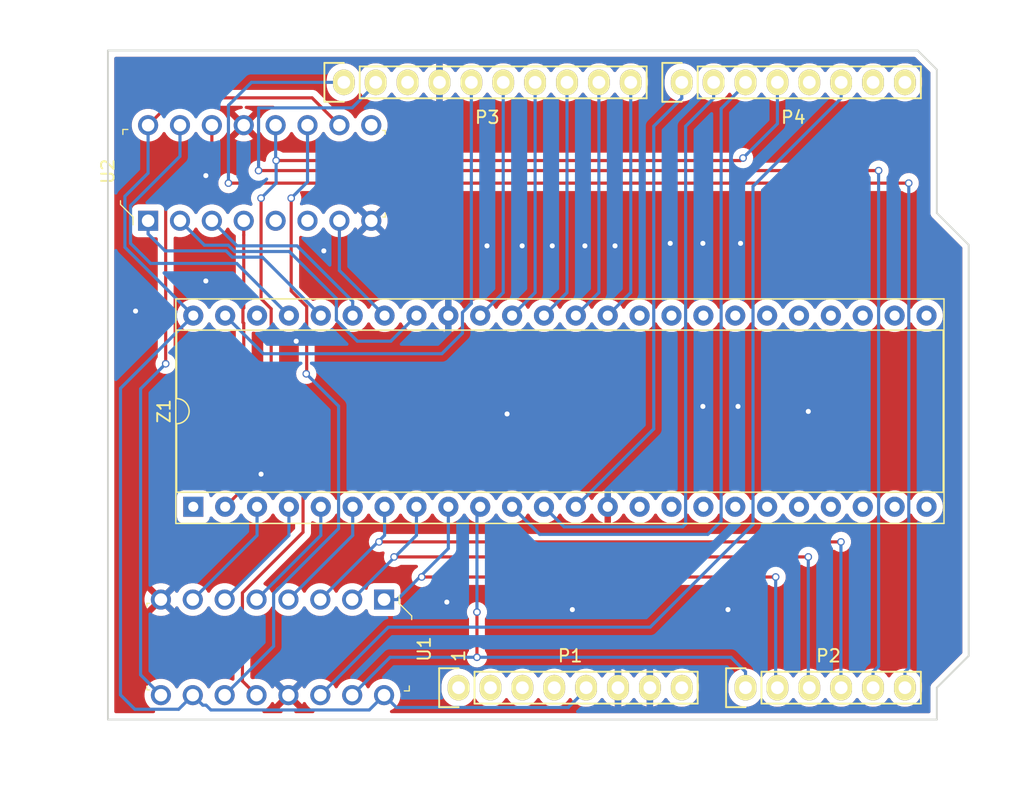
<source format=kicad_pcb>
(kicad_pcb (version 20190907) (host pcbnew "(5.99.0-388-geadcb5de5)")
  (title_block (date "lun. 30 mars 2015"))
  (layers (0 "F.Cu" signal) (31 "B.Cu" signal) (34 "B.Paste" user) (35 "F.Paste" user) (36 "B.SilkS" user) (37 "F.SilkS" user) (38 "B.Mask" user) (39 "F.Mask" user) (44 "Edge.Cuts" user))
  (net 0 "")
  (net 1 "/IOREF")
  (net 2 "/Reset")
  (net 3 "+5V")
  (net 4 "GND")
  (net 5 "/Vin")
  (net 6 "/A0")
  (net 7 "/A1")
  (net 8 "/A2")
  (net 9 "/A3")
  (net 10 "/AREF")
  (net 11 "/A4(SDA)")
  (net 12 "/A5(SCL)")
  (net 13 "/9(**)")
  (net 14 "/8")
  (net 15 "/7")
  (net 16 "/6(**)")
  (net 17 "/5(**)")
  (net 18 "/4")
  (net 19 "/3(**)")
  (net 20 "/2")
  (net 21 "/1(Tx)")
  (net 22 "/0(Rx)")
  (net 23 "/13(SCK)")
  (net 24 "/10(**/SS)")
  (net 25 "Net-(P1-Pad1)")
  (net 26 "+3V3")
  (net 27 "/12(MISO)")
  (net 28 "/11(**/MOSI)")
  (net 29 "Net-(U1-Pad9)")
  (net 30 "/3")
  (net 31 "/A7")
  (net 32 "/A6")
  (net 33 "/A5")
  (net 34 "/A4")
  (net 35 "Net-(U2-Pad9)")
  (net 36 "/A8")
  (net 37 "/~OE")
  (net 38 "Net-(U2-Pad6)")
  (net 39 "Net-(U2-Pad5)")
  (net 40 "/A12")
  (net 41 "/A11")
  (net 42 "/A10")
  (net 43 "/A9")
  (net 44 "Net-(Z1-Pad24)")
  (net 45 "Net-(Z1-Pad23)")
  (net 46 "Net-(Z1-Pad46)")
  (net 47 "Net-(Z1-Pad22)")
  (net 48 "Net-(Z1-Pad21)")
  (net 49 "Net-(Z1-Pad20)")
  (net 50 "Net-(Z1-Pad19)")
  (net 51 "Net-(Z1-Pad18)")
  (net 52 "Net-(Z1-Pad17)")
  (net 53 "Net-(Z1-Pad16)")
  (net 54 "Net-(Z1-Pad15)")
  (net 55 "Net-(Z1-Pad34)")
  (net 56 "Net-(Z1-Pad33)")
  (net 57 "Net-(Z1-Pad32)")
  (net 58 "Net-(Z1-Pad31)")
  (net 59 "Net-(Z1-Pad30)")
  (net 60 "Net-(Z1-Pad29)")
  (net 61 "Net-(Z1-Pad28)")
  (net 62 "Net-(Z1-Pad27)")
  (net 63 "Net-(Z1-Pad26)")
  (net 64 "Net-(Z1-Pad25)")
  (net 65 "Net-(Z1-Pad1)")
  (module "digikey-footprints:DIP-16_W7.62mm" (layer "F.Cu") (at 114.2 86.6 90)
    (fp_text reference "U2" (at 3.94 -3.2 90) (layer "F.SilkS"))
    (fp_text value "SN74HC595N")
    (fp_line (start 0.3 18.7) (end 0.3 18.9) (layer "F.SilkS") (width 0.1))
    (fp_line (start 0.3 18.9) (end 0.6 18.9) (layer "F.SilkS") (width 0.1))
    (fp_line (start 6.9 18.9) (end 7.2 18.9) (layer "F.SilkS") (width 0.1))
    (fp_line (start 7.2 18.9) (end 7.2 18.7) (layer "F.SilkS") (width 0.1))
    (fp_line (start -0.08 -1.2) (end -0.33 -1.2) (layer "F.SilkS") (width 0.1))
    (fp_line (start 0.3 -1.2) (end -0.07 -1.2) (layer "F.SilkS") (width 0.1))
    (fp_line (start 1.6 -2.2) (end 1.3 -2.2) (layer "F.SilkS") (width 0.1))
    (fp_line (start 1.3 -2.2) (end 0.3 -1.2) (layer "F.SilkS") (width 0.1))
    (fp_line (start 7.28 -1.61) (end 7.28 -2.01) (layer "F.SilkS") (width 0.1))
    (fp_line (start 7.28 -2.01) (end 6.88 -2.01) (layer "F.SilkS") (width 0.1))
    (pad "9" thru_hole circle (at 7.62 17.78 90) (size 1.6 1.6) (drill 1) (layers *.Cu *.Mask) (net 35 "Net-(U2-Pad9)"))
    (pad "8" thru_hole circle (at 0 17.78 90) (size 1.6 1.6) (drill 1) (layers *.Cu *.Mask) (net 4 "GND"))
    (pad "16" thru_hole circle (at 7.62 0 90) (size 1.6 1.6) (drill 1) (layers *.Cu *.Mask) (net 3 "+5V"))
    (pad "15" thru_hole circle (at 7.62 2.54 90) (size 1.6 1.6) (drill 1) (layers *.Cu *.Mask) (net 36 "/A8"))
    (pad "14" thru_hole circle (at 7.62 5.08 90) (size 1.6 1.6) (drill 1) (layers *.Cu *.Mask) (net 29 "Net-(U1-Pad9)"))
    (pad "13" thru_hole circle (at 7.62 7.62 90) (size 1.6 1.6) (drill 1) (layers *.Cu *.Mask) (net 4 "GND"))
    (pad "12" thru_hole circle (at 7.62 10.16 90) (size 1.6 1.6) (drill 1) (layers *.Cu *.Mask) (net 18 "/4"))
    (pad "11" thru_hole circle (at 7.62 12.7 90) (size 1.6 1.6) (drill 1) (layers *.Cu *.Mask) (net 30 "/3"))
    (pad "10" thru_hole circle (at 7.62 15.24 90) (size 1.6 1.6) (drill 1) (layers *.Cu *.Mask) (net 3 "+5V"))
    (pad "7" thru_hole circle (at 0 15.24 90) (size 1.6 1.6) (drill 1) (layers *.Cu *.Mask) (net 37 "/~OE"))
    (pad "6" thru_hole circle (at 0 12.7 90) (size 1.6 1.6) (drill 1) (layers *.Cu *.Mask) (net 38 "Net-(U2-Pad6)"))
    (pad "5" thru_hole circle (at 0 10.16 90) (size 1.6 1.6) (drill 1) (layers *.Cu *.Mask) (net 39 "Net-(U2-Pad5)"))
    (pad "4" thru_hole circle (at 0 7.62 90) (size 1.6 1.6) (drill 1) (layers *.Cu *.Mask) (net 40 "/A12"))
    (pad "3" thru_hole circle (at 0 5.08 90) (size 1.6 1.6) (drill 1) (layers *.Cu *.Mask) (net 41 "/A11"))
    (pad "2" thru_hole circle (at 0 2.54 90) (size 1.6 1.6) (drill 1) (layers *.Cu *.Mask) (net 42 "/A10"))
    (pad "1" thru_hole rect (at 0 0 90) (size 1.6 1.6) (drill 1) (layers *.Cu *.Mask) (net 43 "/A9"))
  )
  (module "Package_DIP:DIP-48_W15.24mm_Socket" (layer "F.Cu") (at 117.8 109.4 90)
    (fp_text reference "Z1" (at 7.62 -2.33 90) (layer "F.SilkS"))
    (fp_text value "48-6554-11")
    (fp_arc (start 7.62 -1.33) (end 6.62 -1.33) (angle -180) (layer "F.SilkS") (width 0.12))
    (fp_line (start 6.62 -1.33) (end 1.16 -1.33) (layer "F.SilkS") (width 0.12))
    (fp_line (start 1.16 -1.33) (end 1.16 59.75) (layer "F.SilkS") (width 0.12))
    (fp_line (start 1.16 59.75) (end 14.08 59.75) (layer "F.SilkS") (width 0.12))
    (fp_line (start 14.08 59.75) (end 14.08 -1.33) (layer "F.SilkS") (width 0.12))
    (fp_line (start 14.08 -1.33) (end 8.62 -1.33) (layer "F.SilkS") (width 0.12))
    (fp_line (start -1.33 -1.39) (end -1.33 59.81) (layer "F.SilkS") (width 0.12))
    (fp_line (start -1.33 59.81) (end 16.57 59.81) (layer "F.SilkS") (width 0.12))
    (fp_line (start 16.57 59.81) (end 16.57 -1.39) (layer "F.SilkS") (width 0.12))
    (fp_line (start 16.57 -1.39) (end -1.33 -1.39) (layer "F.SilkS") (width 0.12))
    (pad "48" thru_hole oval (at 15.24 0 90) (size 1.6 1.6) (drill 0.8) (layers *.Cu *.Mask) (net 3 "+5V"))
    (pad "24" thru_hole oval (at 0 58.42 90) (size 1.6 1.6) (drill 0.8) (layers *.Cu *.Mask) (net 44 "Net-(Z1-Pad24)"))
    (pad "47" thru_hole oval (at 15.24 2.54 90) (size 1.6 1.6) (drill 0.8) (layers *.Cu *.Mask) (net 23 "/13(SCK)"))
    (pad "23" thru_hole oval (at 0 55.88 90) (size 1.6 1.6) (drill 0.8) (layers *.Cu *.Mask) (net 45 "Net-(Z1-Pad23)"))
    (pad "46" thru_hole oval (at 15.24 5.08 90) (size 1.6 1.6) (drill 0.8) (layers *.Cu *.Mask) (net 46 "Net-(Z1-Pad46)"))
    (pad "22" thru_hole oval (at 0 53.34 90) (size 1.6 1.6) (drill 0.8) (layers *.Cu *.Mask) (net 47 "Net-(Z1-Pad22)"))
    (pad "45" thru_hole oval (at 15.24 7.62 90) (size 1.6 1.6) (drill 0.8) (layers *.Cu *.Mask) (net 36 "/A8"))
    (pad "21" thru_hole oval (at 0 50.8 90) (size 1.6 1.6) (drill 0.8) (layers *.Cu *.Mask) (net 48 "Net-(Z1-Pad21)"))
    (pad "44" thru_hole oval (at 15.24 10.16 90) (size 1.6 1.6) (drill 0.8) (layers *.Cu *.Mask) (net 43 "/A9"))
    (pad "20" thru_hole oval (at 0 48.26 90) (size 1.6 1.6) (drill 0.8) (layers *.Cu *.Mask) (net 49 "Net-(Z1-Pad20)"))
    (pad "43" thru_hole oval (at 15.24 12.7 90) (size 1.6 1.6) (drill 0.8) (layers *.Cu *.Mask) (net 41 "/A11"))
    (pad "19" thru_hole oval (at 0 45.72 90) (size 1.6 1.6) (drill 0.8) (layers *.Cu *.Mask) (net 50 "Net-(Z1-Pad19)"))
    (pad "42" thru_hole oval (at 15.24 15.24 90) (size 1.6 1.6) (drill 0.8) (layers *.Cu *.Mask) (net 37 "/~OE"))
    (pad "18" thru_hole oval (at 0 43.18 90) (size 1.6 1.6) (drill 0.8) (layers *.Cu *.Mask) (net 51 "Net-(Z1-Pad18)"))
    (pad "41" thru_hole oval (at 15.24 17.78 90) (size 1.6 1.6) (drill 0.8) (layers *.Cu *.Mask) (net 42 "/A10"))
    (pad "17" thru_hole oval (at 0 40.64 90) (size 1.6 1.6) (drill 0.8) (layers *.Cu *.Mask) (net 52 "Net-(Z1-Pad17)"))
    (pad "40" thru_hole oval (at 15.24 20.32 90) (size 1.6 1.6) (drill 0.8) (layers *.Cu *.Mask) (net 4 "GND"))
    (pad "16" thru_hole oval (at 0 38.1 90) (size 1.6 1.6) (drill 0.8) (layers *.Cu *.Mask) (net 53 "Net-(Z1-Pad16)"))
    (pad "39" thru_hole oval (at 15.24 22.86 90) (size 1.6 1.6) (drill 0.8) (layers *.Cu *.Mask) (net 27 "/12(MISO)"))
    (pad "15" thru_hole oval (at 0 35.56 90) (size 1.6 1.6) (drill 0.8) (layers *.Cu *.Mask) (net 54 "Net-(Z1-Pad15)"))
    (pad "38" thru_hole oval (at 15.24 25.4 90) (size 1.6 1.6) (drill 0.8) (layers *.Cu *.Mask) (net 28 "/11(**/MOSI)"))
    (pad "14" thru_hole oval (at 0 33.02 90) (size 1.6 1.6) (drill 0.8) (layers *.Cu *.Mask) (net 4 "GND"))
    (pad "37" thru_hole oval (at 15.24 27.94 90) (size 1.6 1.6) (drill 0.8) (layers *.Cu *.Mask) (net 24 "/10(**/SS)"))
    (pad "13" thru_hole oval (at 0 30.48 90) (size 1.6 1.6) (drill 0.8) (layers *.Cu *.Mask) (net 15 "/7"))
    (pad "36" thru_hole oval (at 15.24 30.48 90) (size 1.6 1.6) (drill 0.8) (layers *.Cu *.Mask) (net 13 "/9(**)"))
    (pad "12" thru_hole oval (at 0 27.94 90) (size 1.6 1.6) (drill 0.8) (layers *.Cu *.Mask) (net 16 "/6(**)"))
    (pad "35" thru_hole oval (at 15.24 33.02 90) (size 1.6 1.6) (drill 0.8) (layers *.Cu *.Mask) (net 14 "/8"))
    (pad "11" thru_hole oval (at 0 25.4 90) (size 1.6 1.6) (drill 0.8) (layers *.Cu *.Mask) (net 17 "/5(**)"))
    (pad "34" thru_hole oval (at 15.24 35.56 90) (size 1.6 1.6) (drill 0.8) (layers *.Cu *.Mask) (net 55 "Net-(Z1-Pad34)"))
    (pad "10" thru_hole oval (at 0 22.86 90) (size 1.6 1.6) (drill 0.8) (layers *.Cu *.Mask) (net 6 "/A0"))
    (pad "33" thru_hole oval (at 15.24 38.1 90) (size 1.6 1.6) (drill 0.8) (layers *.Cu *.Mask) (net 56 "Net-(Z1-Pad33)"))
    (pad "9" thru_hole oval (at 0 20.32 90) (size 1.6 1.6) (drill 0.8) (layers *.Cu *.Mask) (net 7 "/A1"))
    (pad "32" thru_hole oval (at 15.24 40.64 90) (size 1.6 1.6) (drill 0.8) (layers *.Cu *.Mask) (net 57 "Net-(Z1-Pad32)"))
    (pad "8" thru_hole oval (at 0 17.78 90) (size 1.6 1.6) (drill 0.8) (layers *.Cu *.Mask) (net 8 "/A2"))
    (pad "31" thru_hole oval (at 15.24 43.18 90) (size 1.6 1.6) (drill 0.8) (layers *.Cu *.Mask) (net 58 "Net-(Z1-Pad31)"))
    (pad "7" thru_hole oval (at 0 15.24 90) (size 1.6 1.6) (drill 0.8) (layers *.Cu *.Mask) (net 9 "/A3"))
    (pad "30" thru_hole oval (at 15.24 45.72 90) (size 1.6 1.6) (drill 0.8) (layers *.Cu *.Mask) (net 59 "Net-(Z1-Pad30)"))
    (pad "6" thru_hole oval (at 0 12.7 90) (size 1.6 1.6) (drill 0.8) (layers *.Cu *.Mask) (net 34 "/A4"))
    (pad "29" thru_hole oval (at 15.24 48.26 90) (size 1.6 1.6) (drill 0.8) (layers *.Cu *.Mask) (net 60 "Net-(Z1-Pad29)"))
    (pad "5" thru_hole oval (at 0 10.16 90) (size 1.6 1.6) (drill 0.8) (layers *.Cu *.Mask) (net 33 "/A5"))
    (pad "28" thru_hole oval (at 15.24 50.8 90) (size 1.6 1.6) (drill 0.8) (layers *.Cu *.Mask) (net 61 "Net-(Z1-Pad28)"))
    (pad "4" thru_hole oval (at 0 7.62 90) (size 1.6 1.6) (drill 0.8) (layers *.Cu *.Mask) (net 32 "/A6"))
    (pad "27" thru_hole oval (at 15.24 53.34 90) (size 1.6 1.6) (drill 0.8) (layers *.Cu *.Mask) (net 62 "Net-(Z1-Pad27)"))
    (pad "3" thru_hole oval (at 0 5.08 90) (size 1.6 1.6) (drill 0.8) (layers *.Cu *.Mask) (net 31 "/A7"))
    (pad "26" thru_hole oval (at 15.24 55.88 90) (size 1.6 1.6) (drill 0.8) (layers *.Cu *.Mask) (net 63 "Net-(Z1-Pad26)"))
    (pad "2" thru_hole oval (at 0 2.54 90) (size 1.6 1.6) (drill 0.8) (layers *.Cu *.Mask) (net 40 "/A12"))
    (pad "25" thru_hole oval (at 15.24 58.42 90) (size 1.6 1.6) (drill 0.8) (layers *.Cu *.Mask) (net 64 "Net-(Z1-Pad25)"))
    (pad "1" thru_hole rect (at 0 0 90) (size 1.6 1.6) (drill 0.8) (layers *.Cu *.Mask) (net 65 "Net-(Z1-Pad1)"))
  )
  (module "digikey-footprints:DIP-16_W7.62mm" (layer "F.Cu") (at 133 116.8 -90)
    (fp_text reference "U1" (at 3.94 -3.2 90) (layer "F.SilkS"))
    (fp_text value "SN74HC595N")
    (fp_line (start 0.3 18.7) (end 0.3 18.9) (layer "F.SilkS") (width 0.1))
    (fp_line (start 0.3 18.9) (end 0.6 18.9) (layer "F.SilkS") (width 0.1))
    (fp_line (start 6.9 18.9) (end 7.2 18.9) (layer "F.SilkS") (width 0.1))
    (fp_line (start 7.2 18.9) (end 7.2 18.7) (layer "F.SilkS") (width 0.1))
    (fp_line (start -0.08 -1.2) (end -0.33 -1.2) (layer "F.SilkS") (width 0.1))
    (fp_line (start 0.3 -1.2) (end -0.07 -1.2) (layer "F.SilkS") (width 0.1))
    (fp_line (start 1.6 -2.2) (end 1.3 -2.2) (layer "F.SilkS") (width 0.1))
    (fp_line (start 1.3 -2.2) (end 0.3 -1.2) (layer "F.SilkS") (width 0.1))
    (fp_line (start 7.28 -1.61) (end 7.28 -2.01) (layer "F.SilkS") (width 0.1))
    (fp_line (start 7.28 -2.01) (end 6.88 -2.01) (layer "F.SilkS") (width 0.1))
    (pad "9" thru_hole circle (at 7.62 17.78 270) (size 1.6 1.6) (drill 1) (layers *.Cu *.Mask) (net 29 "Net-(U1-Pad9)"))
    (pad "8" thru_hole circle (at 0 17.78 270) (size 1.6 1.6) (drill 1) (layers *.Cu *.Mask) (net 4 "GND"))
    (pad "16" thru_hole circle (at 7.62 0 270) (size 1.6 1.6) (drill 1) (layers *.Cu *.Mask) (net 3 "+5V"))
    (pad "15" thru_hole circle (at 7.62 2.54 270) (size 1.6 1.6) (drill 1) (layers *.Cu *.Mask) (net 6 "/A0"))
    (pad "14" thru_hole circle (at 7.62 5.08 270) (size 1.6 1.6) (drill 1) (layers *.Cu *.Mask) (net 20 "/2"))
    (pad "13" thru_hole circle (at 7.62 7.62 270) (size 1.6 1.6) (drill 1) (layers *.Cu *.Mask) (net 4 "GND"))
    (pad "12" thru_hole circle (at 7.62 10.16 270) (size 1.6 1.6) (drill 1) (layers *.Cu *.Mask) (net 18 "/4"))
    (pad "11" thru_hole circle (at 7.62 12.7 270) (size 1.6 1.6) (drill 1) (layers *.Cu *.Mask) (net 30 "/3"))
    (pad "10" thru_hole circle (at 7.62 15.24 270) (size 1.6 1.6) (drill 1) (layers *.Cu *.Mask) (net 3 "+5V"))
    (pad "7" thru_hole circle (at 0 15.24 270) (size 1.6 1.6) (drill 1) (layers *.Cu *.Mask) (net 31 "/A7"))
    (pad "6" thru_hole circle (at 0 12.7 270) (size 1.6 1.6) (drill 1) (layers *.Cu *.Mask) (net 32 "/A6"))
    (pad "5" thru_hole circle (at 0 10.16 270) (size 1.6 1.6) (drill 1) (layers *.Cu *.Mask) (net 33 "/A5"))
    (pad "4" thru_hole circle (at 0 7.62 270) (size 1.6 1.6) (drill 1) (layers *.Cu *.Mask) (net 34 "/A4"))
    (pad "3" thru_hole circle (at 0 5.08 270) (size 1.6 1.6) (drill 1) (layers *.Cu *.Mask) (net 9 "/A3"))
    (pad "2" thru_hole circle (at 0 2.54 270) (size 1.6 1.6) (drill 1) (layers *.Cu *.Mask) (net 8 "/A2"))
    (pad "1" thru_hole rect (at 0 0 270) (size 1.6 1.6) (drill 1) (layers *.Cu *.Mask) (net 7 "/A1"))
  )
  (module "Socket_Arduino_Uno:Socket_Strip_Arduino_1x08" (layer "F.Cu") (at 138.938 123.825)
    (fp_text reference "P1" (at 8.89 -2.54) (layer "F.SilkS"))
    (fp_text value "Power")
    (fp_line (start 1.27 1.27) (end 19.05 1.27) (layer "F.SilkS") (width 0.15))
    (fp_line (start 19.05 1.27) (end 19.05 -1.27) (layer "F.SilkS") (width 0.15))
    (fp_line (start 19.05 -1.27) (end 1.27 -1.27) (layer "F.SilkS") (width 0.15))
    (fp_line (start -1.55 1.55) (end 0 1.55) (layer "F.SilkS") (width 0.15))
    (fp_line (start 1.27 1.27) (end 1.27 -1.27) (layer "F.SilkS") (width 0.15))
    (fp_line (start 0 -1.55) (end -1.55 -1.55) (layer "F.SilkS") (width 0.15))
    (fp_line (start -1.55 -1.55) (end -1.55 1.55) (layer "F.SilkS") (width 0.15))
    (pad "1" thru_hole oval (at 0 0) (size 1.7272 2.032) (drill 1.016) (layers *.Cu *.Mask "F.SilkS") (net 25 "Net-(P1-Pad1)"))
    (pad "2" thru_hole oval (at 2.54 0) (size 1.7272 2.032) (drill 1.016) (layers *.Cu *.Mask "F.SilkS") (net 1 "/IOREF"))
    (pad "3" thru_hole oval (at 5.08 0) (size 1.7272 2.032) (drill 1.016) (layers *.Cu *.Mask "F.SilkS") (net 2 "/Reset"))
    (pad "4" thru_hole oval (at 7.62 0) (size 1.7272 2.032) (drill 1.016) (layers *.Cu *.Mask "F.SilkS") (net 26 "+3V3"))
    (pad "5" thru_hole oval (at 10.16 0) (size 1.7272 2.032) (drill 1.016) (layers *.Cu *.Mask "F.SilkS") (net 3 "+5V"))
    (pad "6" thru_hole oval (at 12.7 0) (size 1.7272 2.032) (drill 1.016) (layers *.Cu *.Mask "F.SilkS") (net 4 "GND"))
    (pad "7" thru_hole oval (at 15.24 0) (size 1.7272 2.032) (drill 1.016) (layers *.Cu *.Mask "F.SilkS") (net 4 "GND"))
    (pad "8" thru_hole oval (at 17.78 0) (size 1.7272 2.032) (drill 1.016) (layers *.Cu *.Mask "F.SilkS") (net 5 "/Vin"))
  )
  (module "Socket_Arduino_Uno:Socket_Strip_Arduino_1x06" (layer "F.Cu") (at 161.798 123.825)
    (fp_text reference "P2" (at 6.604 -2.54) (layer "F.SilkS"))
    (fp_text value "Analog")
    (fp_line (start 1.27 1.27) (end 13.97 1.27) (layer "F.SilkS") (width 0.15))
    (fp_line (start 13.97 1.27) (end 13.97 -1.27) (layer "F.SilkS") (width 0.15))
    (fp_line (start 13.97 -1.27) (end 1.27 -1.27) (layer "F.SilkS") (width 0.15))
    (fp_line (start -1.55 1.55) (end 0 1.55) (layer "F.SilkS") (width 0.15))
    (fp_line (start 1.27 1.27) (end 1.27 -1.27) (layer "F.SilkS") (width 0.15))
    (fp_line (start 0 -1.55) (end -1.55 -1.55) (layer "F.SilkS") (width 0.15))
    (fp_line (start -1.55 -1.55) (end -1.55 1.55) (layer "F.SilkS") (width 0.15))
    (pad "1" thru_hole oval (at 0 0) (size 1.7272 2.032) (drill 1.016) (layers *.Cu *.Mask "F.SilkS") (net 6 "/A0"))
    (pad "2" thru_hole oval (at 2.54 0) (size 1.7272 2.032) (drill 1.016) (layers *.Cu *.Mask "F.SilkS") (net 7 "/A1"))
    (pad "3" thru_hole oval (at 5.08 0) (size 1.7272 2.032) (drill 1.016) (layers *.Cu *.Mask "F.SilkS") (net 8 "/A2"))
    (pad "4" thru_hole oval (at 7.62 0) (size 1.7272 2.032) (drill 1.016) (layers *.Cu *.Mask "F.SilkS") (net 9 "/A3"))
    (pad "5" thru_hole oval (at 10.16 0) (size 1.7272 2.032) (drill 1.016) (layers *.Cu *.Mask "F.SilkS") (net 11 "/A4(SDA)"))
    (pad "6" thru_hole oval (at 12.7 0) (size 1.7272 2.032) (drill 1.016) (layers *.Cu *.Mask "F.SilkS") (net 12 "/A5(SCL)"))
  )
  (module "Socket_Arduino_Uno:Socket_Strip_Arduino_1x10" (layer "F.Cu") (at 129.794 75.565)
    (fp_text reference "P3" (at 11.43 2.794) (layer "F.SilkS"))
    (fp_text value "Digital")
    (fp_line (start 1.27 1.27) (end 24.13 1.27) (layer "F.SilkS") (width 0.15))
    (fp_line (start 24.13 1.27) (end 24.13 -1.27) (layer "F.SilkS") (width 0.15))
    (fp_line (start 24.13 -1.27) (end 1.27 -1.27) (layer "F.SilkS") (width 0.15))
    (fp_line (start -1.55 1.55) (end 0 1.55) (layer "F.SilkS") (width 0.15))
    (fp_line (start 1.27 1.27) (end 1.27 -1.27) (layer "F.SilkS") (width 0.15))
    (fp_line (start 0 -1.55) (end -1.55 -1.55) (layer "F.SilkS") (width 0.15))
    (fp_line (start -1.55 -1.55) (end -1.55 1.55) (layer "F.SilkS") (width 0.15))
    (pad "1" thru_hole oval (at 0 0) (size 1.7272 2.032) (drill 1.016) (layers *.Cu *.Mask "F.SilkS") (net 12 "/A5(SCL)"))
    (pad "2" thru_hole oval (at 2.54 0) (size 1.7272 2.032) (drill 1.016) (layers *.Cu *.Mask "F.SilkS") (net 11 "/A4(SDA)"))
    (pad "3" thru_hole oval (at 5.08 0) (size 1.7272 2.032) (drill 1.016) (layers *.Cu *.Mask "F.SilkS") (net 10 "/AREF"))
    (pad "4" thru_hole oval (at 7.62 0) (size 1.7272 2.032) (drill 1.016) (layers *.Cu *.Mask "F.SilkS") (net 4 "GND"))
    (pad "5" thru_hole oval (at 10.16 0) (size 1.7272 2.032) (drill 1.016) (layers *.Cu *.Mask "F.SilkS") (net 23 "/13(SCK)"))
    (pad "6" thru_hole oval (at 12.7 0) (size 1.7272 2.032) (drill 1.016) (layers *.Cu *.Mask "F.SilkS") (net 27 "/12(MISO)"))
    (pad "7" thru_hole oval (at 15.24 0) (size 1.7272 2.032) (drill 1.016) (layers *.Cu *.Mask "F.SilkS") (net 28 "/11(**/MOSI)"))
    (pad "8" thru_hole oval (at 17.78 0) (size 1.7272 2.032) (drill 1.016) (layers *.Cu *.Mask "F.SilkS") (net 24 "/10(**/SS)"))
    (pad "9" thru_hole oval (at 20.32 0) (size 1.7272 2.032) (drill 1.016) (layers *.Cu *.Mask "F.SilkS") (net 13 "/9(**)"))
    (pad "10" thru_hole oval (at 22.86 0) (size 1.7272 2.032) (drill 1.016) (layers *.Cu *.Mask "F.SilkS") (net 14 "/8"))
  )
  (module "Socket_Arduino_Uno:Socket_Strip_Arduino_1x08" (layer "F.Cu") (at 156.718 75.565)
    (fp_text reference "P4" (at 8.89 2.794) (layer "F.SilkS"))
    (fp_text value "Digital")
    (fp_line (start 1.27 1.27) (end 19.05 1.27) (layer "F.SilkS") (width 0.15))
    (fp_line (start 19.05 1.27) (end 19.05 -1.27) (layer "F.SilkS") (width 0.15))
    (fp_line (start 19.05 -1.27) (end 1.27 -1.27) (layer "F.SilkS") (width 0.15))
    (fp_line (start -1.55 1.55) (end 0 1.55) (layer "F.SilkS") (width 0.15))
    (fp_line (start 1.27 1.27) (end 1.27 -1.27) (layer "F.SilkS") (width 0.15))
    (fp_line (start 0 -1.55) (end -1.55 -1.55) (layer "F.SilkS") (width 0.15))
    (fp_line (start -1.55 -1.55) (end -1.55 1.55) (layer "F.SilkS") (width 0.15))
    (pad "1" thru_hole oval (at 0 0) (size 1.7272 2.032) (drill 1.016) (layers *.Cu *.Mask "F.SilkS") (net 15 "/7"))
    (pad "2" thru_hole oval (at 2.54 0) (size 1.7272 2.032) (drill 1.016) (layers *.Cu *.Mask "F.SilkS") (net 16 "/6(**)"))
    (pad "3" thru_hole oval (at 5.08 0) (size 1.7272 2.032) (drill 1.016) (layers *.Cu *.Mask "F.SilkS") (net 17 "/5(**)"))
    (pad "4" thru_hole oval (at 7.62 0) (size 1.7272 2.032) (drill 1.016) (layers *.Cu *.Mask "F.SilkS") (net 18 "/4"))
    (pad "5" thru_hole oval (at 10.16 0) (size 1.7272 2.032) (drill 1.016) (layers *.Cu *.Mask "F.SilkS") (net 19 "/3(**)"))
    (pad "6" thru_hole oval (at 12.7 0) (size 1.7272 2.032) (drill 1.016) (layers *.Cu *.Mask "F.SilkS") (net 20 "/2"))
    (pad "7" thru_hole oval (at 15.24 0) (size 1.7272 2.032) (drill 1.016) (layers *.Cu *.Mask "F.SilkS") (net 21 "/1(Tx)"))
    (pad "8" thru_hole oval (at 17.78 0) (size 1.7272 2.032) (drill 1.016) (layers *.Cu *.Mask "F.SilkS") (net 22 "/0(Rx)"))
  )
  (gr_text "1" (at 138.938 121.285 90) (layer "F.SilkS") (effects (font (size 1 1))))
  (gr_line (start 177.038 74.549) (end 175.514 73.025) (angle 90) (layer "Edge.Cuts") (width 0.15))
  (gr_line (start 177.038 85.979) (end 177.038 74.549) (angle 90) (layer "Edge.Cuts") (width 0.15))
  (gr_line (start 179.578 88.519) (end 177.038 85.979) (angle 90) (layer "Edge.Cuts") (width 0.15))
  (gr_line (start 179.578 121.285) (end 179.578 88.519) (angle 90) (layer "Edge.Cuts") (width 0.15))
  (gr_line (start 177.038 123.825) (end 179.578 121.285) (angle 90) (layer "Edge.Cuts") (width 0.15))
  (gr_line (start 177.038 126.365) (end 177.038 123.825) (angle 90) (layer "Edge.Cuts") (width 0.15))
  (gr_line (start 110.998 126.365) (end 177.038 126.365) (angle 90) (layer "Edge.Cuts") (width 0.15))
  (gr_line (start 110.998 73.025) (end 110.998 126.365) (angle 90) (layer "Edge.Cuts") (width 0.15))
  (gr_line (start 175.514 73.025) (end 110.998 73.025) (angle 90) (layer "Edge.Cuts") (width 0.15))
  (via (at 138 117) (size 0.6) (drill 0.4) (layers "F.Cu" "B.Cu") (net 4))
  (via (at 128.2 89) (size 0.6) (drill 0.4) (layers "F.Cu" "B.Cu") (net 4))
  (via (at 126 96.2) (size 0.6) (drill 0.4) (layers "F.Cu" "B.Cu") (net 4))
  (via (at 118.8 91.4) (size 0.6) (drill 0.4) (layers "F.Cu" "B.Cu") (net 4))
  (via (at 161.2 101.4) (size 0.6) (drill 0.4) (layers "F.Cu" "B.Cu") (net 4))
  (via (at 158.4 101.4) (size 0.6) (drill 0.4) (layers "F.Cu" "B.Cu") (net 4))
  (via (at 161.4 88.4) (size 0.6) (drill 0.4) (layers "F.Cu" "B.Cu") (net 4))
  (via (at 158.4 88.4) (size 0.6) (drill 0.4) (layers "F.Cu" "B.Cu") (net 4))
  (via (at 155.8 88.4) (size 0.6) (drill 0.4) (layers "F.Cu" "B.Cu") (net 4))
  (via (at 151.4 88.6) (size 0.6) (drill 0.4) (layers "F.Cu" "B.Cu") (net 4))
  (via (at 149 88.6) (size 0.6) (drill 0.4) (layers "F.Cu" "B.Cu") (net 4))
  (via (at 146.4 88.6) (size 0.6) (drill 0.4) (layers "F.Cu" "B.Cu") (net 4))
  (via (at 144 88.6) (size 0.6) (drill 0.4) (layers "F.Cu" "B.Cu") (net 4))
  (via (at 141.2 88.6) (size 0.6) (drill 0.4) (layers "F.Cu" "B.Cu") (net 4))
  (via (at 148 117.6) (size 0.6) (drill 0.4) (layers "F.Cu" "B.Cu") (net 4))
  (via (at 160.4 117.6) (size 0.6) (drill 0.4) (layers "F.Cu" "B.Cu") (net 4))
  (via (at 166.8 101.8) (size 0.6) (drill 0.4) (layers "F.Cu" "B.Cu") (net 4))
  (via (at 113.2 93.8) (size 0.6) (drill 0.4) (layers "F.Cu" "B.Cu") (net 4))
  (via (at 118.8 83) (size 0.6) (drill 0.4) (layers "F.Cu" "B.Cu") (net 4))
  (via (at 142.8 102) (size 0.6) (drill 0.4) (layers "F.Cu" "B.Cu") (net 4))
  (via (at 123.2 106.8) (size 0.6) (drill 0.4) (layers "F.Cu" "B.Cu") (net 4))
  (segment (start 124.2 116.314998) (end 124.2 120.52) (width 0.25) (layer "B.Cu") (net 30))
  (segment (start 124.2 120.52) (end 120.3 124.42) (width 0.25) (layer "B.Cu") (net 30))
  (segment (start 129.374999 101.374999) (end 129.374999 111.139999) (width 0.25) (layer "B.Cu") (net 30))
  (segment (start 126.8 98.8) (end 129.374999 101.374999) (width 0.25) (layer "B.Cu") (net 30))
  (segment (start 129.374999 111.139999) (end 124.2 116.314998) (width 0.25) (layer "B.Cu") (net 30))
  (segment (start 126.834999 93.434999) (end 126.834999 98.765001) (width 0.25) (layer "F.Cu") (net 30))
  (via (at 126.8 98.8) (size 0.6) (drill 0.4) (layers "F.Cu" "B.Cu") (net 30))
  (segment (start 125.6 92.2) (end 126.834999 93.434999) (width 0.25) (layer "F.Cu") (net 30))
  (segment (start 126.834999 98.765001) (end 126.8 98.8) (width 0.25) (layer "F.Cu") (net 30))
  (segment (start 125.6 84.8) (end 125.6 92.2) (width 0.25) (layer "F.Cu") (net 30))
  (segment (start 126.9 83.5) (end 125.6 84.8) (width 0.25) (layer "B.Cu") (net 30))
  (segment (start 126.9 78.98) (end 126.9 83.5) (width 0.25) (layer "B.Cu") (net 30))
  (via (at 125.6 84.8) (size 0.6) (drill 0.4) (layers "F.Cu" "B.Cu") (net 30))
  (segment (start 164.338 75.565) (end 164.338 78.862) (width 0.25) (layer "B.Cu") (net 18))
  (via (at 161.6 81.6) (size 0.6) (drill 0.4) (layers "F.Cu" "B.Cu") (net 18))
  (segment (start 161.899999 81.300001) (end 161.6 81.6) (width 0.25) (layer "B.Cu") (net 18))
  (segment (start 124.4 81.8) (end 161.4 81.8) (width 0.25) (layer "F.Cu") (net 18))
  (segment (start 161.4 81.8) (end 161.6 81.6) (width 0.25) (layer "F.Cu") (net 18))
  (segment (start 164.338 78.862) (end 161.899999 81.300001) (width 0.25) (layer "B.Cu") (net 18))
  (segment (start 124.36 78.98) (end 124.36 81.76) (width 0.25) (layer "B.Cu") (net 18))
  (segment (start 124.36 81.76) (end 124.4 81.8) (width 0.25) (layer "B.Cu") (net 18))
  (segment (start 123.2 84.8) (end 124.4 83.6) (width 0.25) (layer "B.Cu") (net 18))
  (segment (start 124.4 83.6) (end 124.4 81.8) (width 0.25) (layer "B.Cu") (net 18))
  (via (at 124.4 81.8) (size 0.6) (drill 0.4) (layers "F.Cu" "B.Cu") (net 18))
  (segment (start 119.28 80.95) (end 115.6 84.63) (width 0.25) (layer "F.Cu") (net 29))
  (segment (start 115.6 84.63) (end 115.6 98) (width 0.25) (layer "F.Cu") (net 29))
  (segment (start 119.28 78.98) (end 119.28 80.95) (width 0.25) (layer "F.Cu") (net 29))
  (via (at 115.6 98) (size 0.6) (drill 0.4) (layers "F.Cu" "B.Cu") (net 29))
  (segment (start 115.22 124.42) (end 113.6 122.8) (width 0.25) (layer "B.Cu") (net 29))
  (segment (start 113.6 100) (end 115.300001 98.299999) (width 0.25) (layer "B.Cu") (net 29))
  (segment (start 113.6 122.8) (end 113.6 100) (width 0.25) (layer "B.Cu") (net 29))
  (segment (start 115.300001 98.299999) (end 115.6 98) (width 0.25) (layer "B.Cu") (net 29))
  (segment (start 121.754999 93.619999) (end 121.82 93.554998) (width 0.25) (layer "F.Cu") (net 40))
  (segment (start 121.82 94.765002) (end 121.754999 94.700001) (width 0.25) (layer "F.Cu") (net 40))
  (segment (start 121.754999 94.700001) (end 121.754999 93.619999) (width 0.25) (layer "F.Cu") (net 40))
  (segment (start 120.34 109.4) (end 121.82 107.92) (width 0.25) (layer "F.Cu") (net 40))
  (segment (start 121.82 107.92) (end 121.82 94.765002) (width 0.25) (layer "F.Cu") (net 40))
  (segment (start 121.82 93.554998) (end 121.82 87.73137) (width 0.25) (layer "F.Cu") (net 40))
  (segment (start 121.82 87.73137) (end 121.82 86.6) (width 0.25) (layer "F.Cu") (net 40))
  (segment (start 124.005001 104.005001) (end 126.545001 106.545001) (width 0.25) (layer "F.Cu") (net 18))
  (segment (start 121.714999 123.294999) (end 122.040001 123.620001) (width 0.25) (layer "F.Cu") (net 18))
  (segment (start 126.545001 106.545001) (end 126.545001 111.429997) (width 0.25) (layer "F.Cu") (net 18))
  (segment (start 126.545001 111.429997) (end 121.714999 116.259999) (width 0.25) (layer "F.Cu") (net 18))
  (segment (start 122.040001 123.620001) (end 122.84 124.42) (width 0.25) (layer "F.Cu") (net 18))
  (segment (start 121.714999 116.259999) (end 121.714999 123.294999) (width 0.25) (layer "F.Cu") (net 18))
  (segment (start 123.2 92.814998) (end 124.005001 93.619999) (width 0.25) (layer "F.Cu") (net 18))
  (segment (start 123.2 84.8) (end 123.2 92.814998) (width 0.25) (layer "F.Cu") (net 18))
  (segment (start 124.005001 93.619999) (end 124.005001 104.005001) (width 0.25) (layer "F.Cu") (net 18))
  (via (at 123.2 84.8) (size 0.6) (drill 0.4) (layers "F.Cu" "B.Cu") (net 18))
  (segment (start 127.26 76.8) (end 116.38 76.8) (width 0.25) (layer "F.Cu") (net 3))
  (segment (start 116.38 76.8) (end 114.2 78.98) (width 0.25) (layer "F.Cu") (net 3))
  (segment (start 129.44 78.98) (end 127.26 76.8) (width 0.25) (layer "F.Cu") (net 3))
  (segment (start 164.2 115) (end 164.2 123.687) (width 0.25) (layer "B.Cu") (net 7))
  (segment (start 164.2 123.687) (end 164.338 123.825) (width 0.25) (layer "B.Cu") (net 7))
  (segment (start 136 115) (end 164.2 115) (width 0.25) (layer "F.Cu") (net 7))
  (via (at 164.2 115) (size 0.6) (drill 0.4) (layers "F.Cu" "B.Cu") (net 7))
  (segment (start 166.8 113.4) (end 166.8 123.747) (width 0.25) (layer "B.Cu") (net 8))
  (segment (start 166.8 123.747) (end 166.878 123.825) (width 0.25) (layer "B.Cu") (net 8))
  (segment (start 133.8 113.4) (end 166.8 113.4) (width 0.25) (layer "F.Cu") (net 8))
  (via (at 166.8 113.4) (size 0.6) (drill 0.4) (layers "F.Cu" "B.Cu") (net 8))
  (segment (start 169.4 112.2) (end 169.4 123.807) (width 0.25) (layer "B.Cu") (net 9))
  (segment (start 169.4 123.807) (end 169.418 123.825) (width 0.25) (layer "B.Cu") (net 9))
  (segment (start 132.6 112.2) (end 169.4 112.2) (width 0.25) (layer "F.Cu") (net 9))
  (via (at 169.4 112.2) (size 0.6) (drill 0.4) (layers "F.Cu" "B.Cu") (net 9))
  (segment (start 140.4 117.8) (end 140.4 109.66) (width 0.25) (layer "B.Cu") (net 6))
  (segment (start 140.4 109.66) (end 140.66 109.4) (width 0.25) (layer "B.Cu") (net 6))
  (segment (start 140.4 121.4) (end 140.4 117.8) (width 0.25) (layer "F.Cu") (net 6))
  (via (at 140.4 117.8) (size 0.6) (drill 0.4) (layers "F.Cu" "B.Cu") (net 6))
  (segment (start 158.8 111.6) (end 145.4 111.6) (width 0.25) (layer "B.Cu") (net 17))
  (segment (start 159.854999 77.660401) (end 159.854999 110.545001) (width 0.25) (layer "B.Cu") (net 17))
  (segment (start 161.798 75.7174) (end 159.854999 77.660401) (width 0.25) (layer "B.Cu") (net 17))
  (segment (start 161.798 75.565) (end 161.798 75.7174) (width 0.25) (layer "B.Cu") (net 17))
  (segment (start 159.854999 110.545001) (end 158.8 111.6) (width 0.25) (layer "B.Cu") (net 17))
  (segment (start 145.4 111.6) (end 143.2 109.4) (width 0.25) (layer "B.Cu") (net 17))
  (segment (start 157.025001 79.063999) (end 157.025001 110.774999) (width 0.25) (layer "B.Cu") (net 16))
  (segment (start 156.8 111) (end 147.34 111) (width 0.25) (layer "B.Cu") (net 16))
  (segment (start 159.258 75.565) (end 159.258 76.831) (width 0.25) (layer "B.Cu") (net 16))
  (segment (start 157.025001 110.774999) (end 156.8 111) (width 0.25) (layer "B.Cu") (net 16))
  (segment (start 159.258 76.831) (end 157.025001 79.063999) (width 0.25) (layer "B.Cu") (net 16))
  (segment (start 147.34 111) (end 145.74 109.4) (width 0.25) (layer "B.Cu") (net 16))
  (segment (start 134.05 116.8) (end 135.925 114.925) (width 0.25) (layer "B.Cu") (net 7))
  (segment (start 135.925 114.925) (end 138.12 112.73) (width 0.25) (layer "B.Cu") (net 7))
  (via (at 136 115) (size 0.6) (drill 0.4) (layers "F.Cu" "B.Cu") (net 7))
  (segment (start 135.925 114.925) (end 136 115) (width 0.25) (layer "B.Cu") (net 7))
  (segment (start 130.46 116.8) (end 133.83 113.43) (width 0.25) (layer "B.Cu") (net 8))
  (segment (start 133.83 113.43) (end 135.58 111.68) (width 0.25) (layer "B.Cu") (net 8))
  (segment (start 133.83 113.43) (end 133.8 113.4) (width 0.25) (layer "B.Cu") (net 8))
  (via (at 133.8 113.4) (size 0.6) (drill 0.4) (layers "F.Cu" "B.Cu") (net 8))
  (segment (start 127.92 116.8) (end 132.56 112.16) (width 0.25) (layer "B.Cu") (net 9))
  (segment (start 132.56 112.16) (end 132.6 112.2) (width 0.25) (layer "B.Cu") (net 9))
  (segment (start 132.56 112.16) (end 133.04 111.68) (width 0.25) (layer "B.Cu") (net 9))
  (via (at 132.6 112.2) (size 0.6) (drill 0.4) (layers "F.Cu" "B.Cu") (net 9))
  (segment (start 140.4 109.66) (end 140.66 109.4) (width 0.25) (layer "F.Cu") (net 6))
  (segment (start 160.639 121.4) (end 140.4 121.4) (width 0.25) (layer "B.Cu") (net 6))
  (segment (start 140.4 121.4) (end 133.48 121.4) (width 0.25) (layer "B.Cu") (net 6))
  (via (at 140.4 121.4) (size 0.6) (drill 0.4) (layers "F.Cu" "B.Cu") (net 6))
  (segment (start 133.48 121.4) (end 130.46 124.42) (width 0.25) (layer "B.Cu") (net 6))
  (segment (start 161.798 123.825) (end 161.798 122.559) (width 0.25) (layer "B.Cu") (net 6))
  (segment (start 161.798 122.559) (end 160.639 121.4) (width 0.25) (layer "B.Cu") (net 6))
  (segment (start 154.2 119) (end 133.34 119) (width 0.25) (layer "B.Cu") (net 20))
  (segment (start 162.394999 83.854001) (end 162.394999 110.805001) (width 0.25) (layer "B.Cu") (net 20))
  (segment (start 169.418 76.831) (end 162.394999 83.854001) (width 0.25) (layer "B.Cu") (net 20))
  (segment (start 169.418 75.565) (end 169.418 76.831) (width 0.25) (layer "B.Cu") (net 20))
  (segment (start 162.394999 110.805001) (end 154.2 119) (width 0.25) (layer "B.Cu") (net 20))
  (segment (start 133.34 119) (end 127.92 124.42) (width 0.25) (layer "B.Cu") (net 20))
  (segment (start 120.6 77.4) (end 122.435 75.565) (width 0.25) (layer "B.Cu") (net 12))
  (segment (start 122.435 75.565) (end 129.794 75.565) (width 0.25) (layer "B.Cu") (net 12))
  (segment (start 120.6 83.6) (end 120.6 77.4) (width 0.25) (layer "B.Cu") (net 12))
  (segment (start 174.8 83.6) (end 120.6 83.6) (width 0.25) (layer "F.Cu") (net 12))
  (via (at 120.6 83.6) (size 0.6) (drill 0.4) (layers "F.Cu" "B.Cu") (net 12))
  (segment (start 123 77.6) (end 130.4514 77.6) (width 0.25) (layer "B.Cu") (net 11))
  (segment (start 130.4514 77.6) (end 132.334 75.7174) (width 0.25) (layer "B.Cu") (net 11))
  (segment (start 132.334 75.7174) (end 132.334 75.565) (width 0.25) (layer "B.Cu") (net 11))
  (segment (start 123 82.6) (end 123 77.6) (width 0.25) (layer "B.Cu") (net 11))
  (segment (start 172.4 82.6) (end 123 82.6) (width 0.25) (layer "F.Cu") (net 11))
  (via (at 123 82.6) (size 0.6) (drill 0.4) (layers "F.Cu" "B.Cu") (net 11))
  (segment (start 171.958 122.559) (end 172.4 122.117) (width 0.25) (layer "B.Cu") (net 11))
  (segment (start 171.958 123.825) (end 171.958 122.559) (width 0.25) (layer "B.Cu") (net 11))
  (segment (start 172.4 122.117) (end 172.4 82.6) (width 0.25) (layer "B.Cu") (net 11))
  (via (at 172.4 82.6) (size 0.6) (drill 0.4) (layers "F.Cu" "B.Cu") (net 11))
  (segment (start 174.498 122.559) (end 174.805001 122.251999) (width 0.25) (layer "B.Cu") (net 12))
  (segment (start 174.498 123.825) (end 174.498 122.559) (width 0.25) (layer "B.Cu") (net 12))
  (segment (start 174.805001 122.251999) (end 174.805001 83.605001) (width 0.25) (layer "B.Cu") (net 12))
  (segment (start 174.805001 83.605001) (end 174.8 83.6) (width 0.25) (layer "B.Cu") (net 12))
  (via (at 174.8 83.6) (size 0.6) (drill 0.4) (layers "F.Cu" "B.Cu") (net 12))
  (segment (start 133 116.8) (end 134.05 116.8) (width 0.25) (layer "B.Cu") (net 7))
  (segment (start 138.12 112.73) (end 138.12 110.53137) (width 0.25) (layer "B.Cu") (net 7))
  (segment (start 138.12 110.53137) (end 138.12 109.4) (width 0.25) (layer "B.Cu") (net 7))
  (segment (start 135.58 111.68) (end 135.58 109.4) (width 0.25) (layer "B.Cu") (net 8))
  (segment (start 133.04 111.68) (end 133.04 109.4) (width 0.25) (layer "B.Cu") (net 9))
  (segment (start 125.38 116.8) (end 130.5 111.68) (width 0.25) (layer "B.Cu") (net 34))
  (segment (start 130.5 111.68) (end 130.5 109.4) (width 0.25) (layer "B.Cu") (net 34))
  (segment (start 122.84 116.8) (end 127.96 111.68) (width 0.25) (layer "B.Cu") (net 33))
  (segment (start 127.96 111.68) (end 127.96 109.4) (width 0.25) (layer "B.Cu") (net 33))
  (segment (start 120.3 116.8) (end 125.42 111.68) (width 0.25) (layer "B.Cu") (net 32))
  (segment (start 125.42 111.68) (end 125.42 109.4) (width 0.25) (layer "B.Cu") (net 32))
  (segment (start 117.76 116.8) (end 122.88 111.68) (width 0.25) (layer "B.Cu") (net 31))
  (segment (start 122.88 111.68) (end 122.88 109.4) (width 0.25) (layer "B.Cu") (net 31))
  (segment (start 133 124.42) (end 133.98 125.4) (width 0.25) (layer "B.Cu") (net 3))
  (segment (start 133.98 125.4) (end 147.6754 125.4) (width 0.25) (layer "B.Cu") (net 3))
  (segment (start 147.6754 125.4) (end 149.098 123.9774) (width 0.25) (layer "B.Cu") (net 3))
  (segment (start 149.098 123.9774) (end 149.098 123.825) (width 0.25) (layer "B.Cu") (net 3))
  (segment (start 119.2 125.6) (end 131.82 125.6) (width 0.25) (layer "B.Cu") (net 3))
  (segment (start 131.82 125.6) (end 133 124.42) (width 0.25) (layer "B.Cu") (net 3))
  (segment (start 118.559999 125.219999) (end 118.819999 125.219999) (width 0.25) (layer "B.Cu") (net 3))
  (segment (start 117.76 124.42) (end 118.559999 125.219999) (width 0.25) (layer "B.Cu") (net 3))
  (segment (start 118.819999 125.219999) (end 119.2 125.6) (width 0.25) (layer "B.Cu") (net 3))
  (segment (start 112 124.4) (end 113.145001 125.545001) (width 0.25) (layer "B.Cu") (net 3))
  (segment (start 116.634999 125.545001) (end 116.960001 125.219999) (width 0.25) (layer "B.Cu") (net 3))
  (segment (start 113.145001 125.545001) (end 116.634999 125.545001) (width 0.25) (layer "B.Cu") (net 3))
  (segment (start 116.960001 125.219999) (end 117.76 124.42) (width 0.25) (layer "B.Cu") (net 3))
  (segment (start 112 99.96) (end 112 124.4) (width 0.25) (layer "B.Cu") (net 3))
  (segment (start 117.8 94.16) (end 112 99.96) (width 0.25) (layer "B.Cu") (net 3))
  (segment (start 114.2 82.8) (end 112.34999 84.65001) (width 0.25) (layer "B.Cu") (net 3))
  (segment (start 112.34999 88.70999) (end 117.000001 93.360001) (width 0.25) (layer "B.Cu") (net 3))
  (segment (start 112.34999 84.65001) (end 112.34999 88.70999) (width 0.25) (layer "B.Cu") (net 3))
  (segment (start 117.000001 93.360001) (end 117.8 94.16) (width 0.25) (layer "B.Cu") (net 3))
  (segment (start 114.2 78.98) (end 114.2 82.8) (width 0.25) (layer "B.Cu") (net 3))
  (segment (start 114.4 90) (end 121.26 90) (width 0.25) (layer "B.Cu") (net 36))
  (segment (start 112.8 88.4) (end 114.4 90) (width 0.25) (layer "B.Cu") (net 36))
  (segment (start 112.8 85.4) (end 112.8 88.4) (width 0.25) (layer "B.Cu") (net 36))
  (segment (start 116.74 78.98) (end 116.74 81.46) (width 0.25) (layer "B.Cu") (net 36))
  (segment (start 116.74 81.46) (end 112.8 85.4) (width 0.25) (layer "B.Cu") (net 36))
  (segment (start 121.26 90) (end 125.42 94.16) (width 0.25) (layer "B.Cu") (net 36))
  (segment (start 125.450011 89.050011) (end 129.2 92.8) (width 0.25) (layer "B.Cu") (net 42))
  (segment (start 120.593578 88.549989) (end 121.0936 89.050011) (width 0.25) (layer "B.Cu") (net 42))
  (segment (start 121.0936 89.050011) (end 125.450011 89.050011) (width 0.25) (layer "B.Cu") (net 42))
  (segment (start 116.74 86.6) (end 118.689989 88.549989) (width 0.25) (layer "B.Cu") (net 42))
  (segment (start 129.2 92.8) (end 129.2 94.525002) (width 0.25) (layer "B.Cu") (net 42))
  (segment (start 118.689989 88.549989) (end 120.593578 88.549989) (width 0.25) (layer "B.Cu") (net 42))
  (segment (start 129.2 94.525002) (end 130.874998 96.2) (width 0.25) (layer "B.Cu") (net 42))
  (segment (start 130.874998 96.2) (end 133.54 96.2) (width 0.25) (layer "B.Cu") (net 42))
  (segment (start 133.54 96.2) (end 134.780001 94.959999) (width 0.25) (layer "B.Cu") (net 42))
  (segment (start 134.780001 94.959999) (end 135.58 94.16) (width 0.25) (layer "B.Cu") (net 42))
  (segment (start 114.2 86.6) (end 114.2 87.65) (width 0.25) (layer "B.Cu") (net 43))
  (segment (start 127.160001 93.360001) (end 127.96 94.16) (width 0.25) (layer "B.Cu") (net 43))
  (segment (start 120.9072 89.500022) (end 123.300022 89.500022) (width 0.25) (layer "B.Cu") (net 43))
  (segment (start 115.55 89) (end 120.407178 89) (width 0.25) (layer "B.Cu") (net 43))
  (segment (start 123.300022 89.500022) (end 127.160001 93.360001) (width 0.25) (layer "B.Cu") (net 43))
  (segment (start 120.407178 89) (end 120.9072 89.500022) (width 0.25) (layer "B.Cu") (net 43))
  (segment (start 114.2 87.65) (end 115.55 89) (width 0.25) (layer "B.Cu") (net 43))
  (segment (start 130.5 93.02863) (end 130.5 94.16) (width 0.25) (layer "B.Cu") (net 41))
  (segment (start 119.28 86.6) (end 121.28 88.6) (width 0.25) (layer "B.Cu") (net 41))
  (segment (start 121.28 88.6) (end 126.07137 88.6) (width 0.25) (layer "B.Cu") (net 41))
  (segment (start 126.07137 88.6) (end 130.5 93.02863) (width 0.25) (layer "B.Cu") (net 41))
  (segment (start 137.6 97.2) (end 123.38 97.2) (width 0.25) (layer "B.Cu") (net 23))
  (segment (start 123.38 97.2) (end 120.34 94.16) (width 0.25) (layer "B.Cu") (net 23))
  (segment (start 139.245001 95.554999) (end 137.6 97.2) (width 0.25) (layer "B.Cu") (net 23))
  (segment (start 139.954 93.200998) (end 139.245001 93.909997) (width 0.25) (layer "B.Cu") (net 23))
  (segment (start 139.954 75.565) (end 139.954 93.200998) (width 0.25) (layer "B.Cu") (net 23))
  (segment (start 139.245001 93.909997) (end 139.245001 95.554999) (width 0.25) (layer "B.Cu") (net 23))
  (segment (start 156.718 76.831) (end 154.485001 79.063999) (width 0.25) (layer "B.Cu") (net 15))
  (segment (start 154.485001 79.063999) (end 154.485001 103.194999) (width 0.25) (layer "B.Cu") (net 15))
  (segment (start 154.485001 103.194999) (end 148.28 109.4) (width 0.25) (layer "B.Cu") (net 15))
  (segment (start 156.718 75.565) (end 156.718 76.831) (width 0.25) (layer "B.Cu") (net 15))
  (segment (start 129.44 86.6) (end 129.44 90.56) (width 0.25) (layer "B.Cu") (net 37))
  (segment (start 129.44 90.56) (end 133.04 94.16) (width 0.25) (layer "B.Cu") (net 37))
  (segment (start 152.654 75.565) (end 152.654 92.326) (width 0.25) (layer "B.Cu") (net 14))
  (segment (start 152.654 92.326) (end 150.82 94.16) (width 0.25) (layer "B.Cu") (net 14))
  (segment (start 150.114 75.565) (end 150.114 92.326) (width 0.25) (layer "B.Cu") (net 13))
  (segment (start 150.114 92.326) (end 148.28 94.16) (width 0.25) (layer "B.Cu") (net 13))
  (segment (start 147.574 75.565) (end 147.574 92.326) (width 0.25) (layer "B.Cu") (net 24))
  (segment (start 147.574 92.326) (end 145.74 94.16) (width 0.25) (layer "B.Cu") (net 24))
  (segment (start 145.034 75.565) (end 145.034 92.326) (width 0.25) (layer "B.Cu") (net 28))
  (segment (start 145.034 92.326) (end 143.2 94.16) (width 0.25) (layer "B.Cu") (net 28))
  (segment (start 142.494 75.565) (end 142.494 92.326) (width 0.25) (layer "B.Cu") (net 27))
  (segment (start 142.494 92.326) (end 140.66 94.16) (width 0.25) (layer "B.Cu") (net 27))
  (zone (net 4) (net_name "GND") (layer "B.Cu") (connect_pads (clearance 0.508)) (min_thickness 0.254) (fill yes (thermal_gap 0.508) (thermal_bridge_width 0.508))
    (polygon (pts (xy 183.8 132.8) (xy 102.4 132.8) (xy 102.4 69) (xy 183.8 69)))
  )
  (zone (net 4) (net_name "GND") (layer "F.Cu") (connect_pads (clearance 0.508)) (min_thickness 0.254) (fill yes (thermal_gap 0.508) (thermal_bridge_width 0.508))
    (polygon (pts (xy 184 132.8) (xy 102.6 132.8) (xy 102.6 69) (xy 184 69)))
  )
)
</source>
